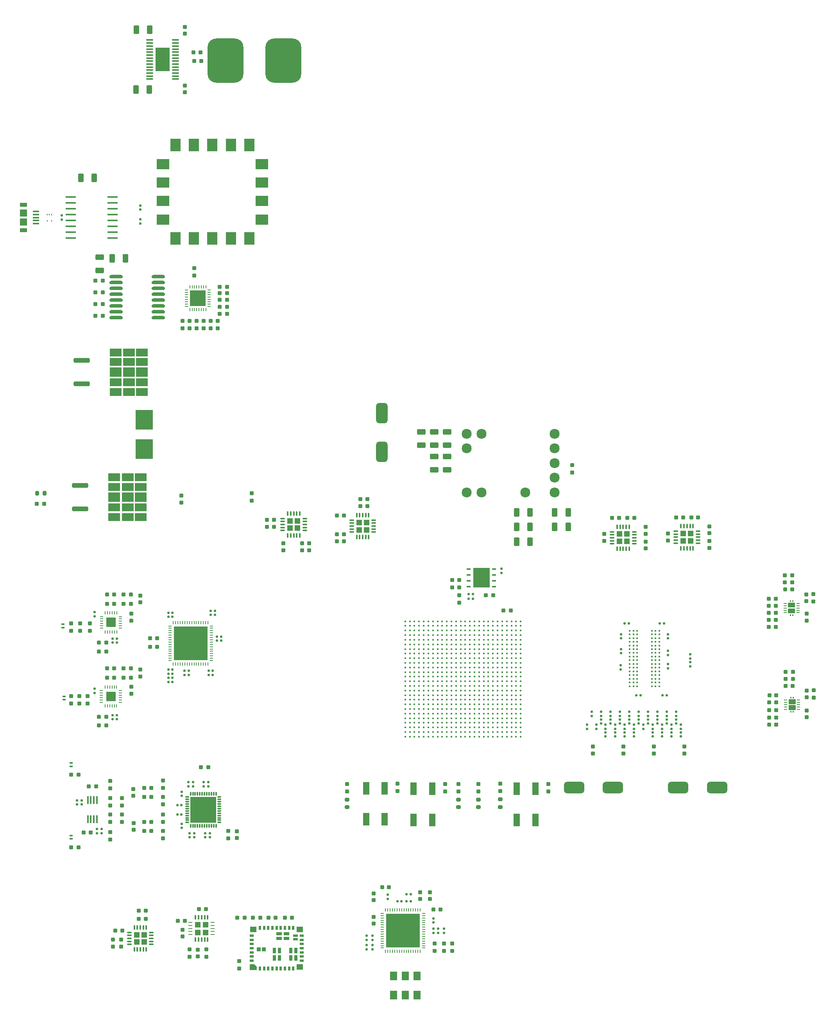
<source format=gtp>
G04*
G04 #@! TF.GenerationSoftware,Altium Limited,Altium Designer,23.4.1 (23)*
G04*
G04 Layer_Color=8421504*
%FSLAX44Y44*%
%MOMM*%
G71*
G04*
G04 #@! TF.SameCoordinates,CF21992F-A9CA-4C5A-8A3B-549160C445C6*
G04*
G04*
G04 #@! TF.FilePolarity,Positive*
G04*
G01*
G75*
%ADD24R,1.3000X1.3000*%
%ADD25R,1.3000X1.3000*%
%ADD26R,1.3000X1.3000*%
%ADD27R,1.3000X1.3000*%
%ADD28R,1.3000X1.3000*%
%ADD29R,1.0400X0.5000*%
%ADD30R,0.8500X0.8500*%
%ADD31R,1.2800X0.7300*%
%ADD32R,0.8000X1.2800*%
%ADD33R,1.4700X1.2400*%
%ADD34R,3.1000X5.1600*%
%ADD35R,2.6000X2.0000*%
%ADD36R,2.6000X1.8000*%
%ADD37R,2.6000X1.8000*%
%ADD38R,1.5500X0.8750*%
G04:AMPARAMS|DCode=39|XSize=1.8034mm|YSize=1.1938mm|CornerRadius=0.203mm|HoleSize=0mm|Usage=FLASHONLY|Rotation=270.000|XOffset=0mm|YOffset=0mm|HoleType=Round|Shape=RoundedRectangle|*
%AMROUNDEDRECTD39*
21,1,1.8034,0.7879,0,0,270.0*
21,1,1.3975,1.1938,0,0,270.0*
1,1,0.4059,-0.3940,-0.6988*
1,1,0.4059,-0.3940,0.6988*
1,1,0.4059,0.3940,0.6988*
1,1,0.4059,0.3940,-0.6988*
%
%ADD39ROUNDEDRECTD39*%
G04:AMPARAMS|DCode=40|XSize=0.508mm|YSize=0.508mm|CornerRadius=0.1524mm|HoleSize=0mm|Usage=FLASHONLY|Rotation=180.000|XOffset=0mm|YOffset=0mm|HoleType=Round|Shape=RoundedRectangle|*
%AMROUNDEDRECTD40*
21,1,0.5080,0.2032,0,0,180.0*
21,1,0.2032,0.5080,0,0,180.0*
1,1,0.3048,-0.1016,0.1016*
1,1,0.3048,0.1016,0.1016*
1,1,0.3048,0.1016,-0.1016*
1,1,0.3048,-0.1016,-0.1016*
%
%ADD40ROUNDEDRECTD40*%
G04:AMPARAMS|DCode=41|XSize=0.508mm|YSize=0.508mm|CornerRadius=0.1524mm|HoleSize=0mm|Usage=FLASHONLY|Rotation=270.000|XOffset=0mm|YOffset=0mm|HoleType=Round|Shape=RoundedRectangle|*
%AMROUNDEDRECTD41*
21,1,0.5080,0.2032,0,0,270.0*
21,1,0.2032,0.5080,0,0,270.0*
1,1,0.3048,-0.1016,-0.1016*
1,1,0.3048,-0.1016,0.1016*
1,1,0.3048,0.1016,0.1016*
1,1,0.3048,0.1016,-0.1016*
%
%ADD41ROUNDEDRECTD41*%
%ADD42R,1.3500X2.7000*%
G04:AMPARAMS|DCode=43|XSize=0.889mm|YSize=0.7874mm|CornerRadius=0.1535mm|HoleSize=0mm|Usage=FLASHONLY|Rotation=0.000|XOffset=0mm|YOffset=0mm|HoleType=Round|Shape=RoundedRectangle|*
%AMROUNDEDRECTD43*
21,1,0.8890,0.4803,0,0,0.0*
21,1,0.5819,0.7874,0,0,0.0*
1,1,0.3071,0.2910,-0.2402*
1,1,0.3071,-0.2910,-0.2402*
1,1,0.3071,-0.2910,0.2402*
1,1,0.3071,0.2910,0.2402*
%
%ADD43ROUNDEDRECTD43*%
%ADD44C,0.4500*%
G04:AMPARAMS|DCode=45|XSize=4.4mm|YSize=2.5mm|CornerRadius=0.625mm|HoleSize=0mm|Usage=FLASHONLY|Rotation=0.000|XOffset=0mm|YOffset=0mm|HoleType=Round|Shape=RoundedRectangle|*
%AMROUNDEDRECTD45*
21,1,4.4000,1.2500,0,0,0.0*
21,1,3.1500,2.5000,0,0,0.0*
1,1,1.2500,1.5750,-0.6250*
1,1,1.2500,-1.5750,-0.6250*
1,1,1.2500,-1.5750,0.6250*
1,1,1.2500,1.5750,0.6250*
%
%ADD45ROUNDEDRECTD45*%
G04:AMPARAMS|DCode=46|XSize=0.889mm|YSize=0.8636mm|CornerRadius=0.1511mm|HoleSize=0mm|Usage=FLASHONLY|Rotation=90.000|XOffset=0mm|YOffset=0mm|HoleType=Round|Shape=RoundedRectangle|*
%AMROUNDEDRECTD46*
21,1,0.8890,0.5613,0,0,90.0*
21,1,0.5867,0.8636,0,0,90.0*
1,1,0.3023,0.2807,0.2934*
1,1,0.3023,0.2807,-0.2934*
1,1,0.3023,-0.2807,-0.2934*
1,1,0.3023,-0.2807,0.2934*
%
%ADD46ROUNDEDRECTD46*%
%ADD47R,2.1990X0.4590*%
G04:AMPARAMS|DCode=48|XSize=0.3mm|YSize=0.95mm|CornerRadius=0.0625mm|HoleSize=0mm|Usage=FLASHONLY|Rotation=180.000|XOffset=0mm|YOffset=0mm|HoleType=Round|Shape=RoundedRectangle|*
%AMROUNDEDRECTD48*
21,1,0.3000,0.8250,0,0,180.0*
21,1,0.1750,0.9500,0,0,180.0*
1,1,0.1250,-0.0875,0.4125*
1,1,0.1250,0.0875,0.4125*
1,1,0.1250,0.0875,-0.4125*
1,1,0.1250,-0.0875,-0.4125*
%
%ADD48ROUNDEDRECTD48*%
G04:AMPARAMS|DCode=49|XSize=0.3mm|YSize=0.95mm|CornerRadius=0.0625mm|HoleSize=0mm|Usage=FLASHONLY|Rotation=90.000|XOffset=0mm|YOffset=0mm|HoleType=Round|Shape=RoundedRectangle|*
%AMROUNDEDRECTD49*
21,1,0.3000,0.8250,0,0,90.0*
21,1,0.1750,0.9500,0,0,90.0*
1,1,0.1250,0.4125,0.0875*
1,1,0.1250,0.4125,-0.0875*
1,1,0.1250,-0.4125,-0.0875*
1,1,0.1250,-0.4125,0.0875*
%
%ADD49ROUNDEDRECTD49*%
G04:AMPARAMS|DCode=50|XSize=0.889mm|YSize=0.8636mm|CornerRadius=0.1511mm|HoleSize=0mm|Usage=FLASHONLY|Rotation=180.000|XOffset=0mm|YOffset=0mm|HoleType=Round|Shape=RoundedRectangle|*
%AMROUNDEDRECTD50*
21,1,0.8890,0.5613,0,0,180.0*
21,1,0.5867,0.8636,0,0,180.0*
1,1,0.3023,-0.2934,0.2807*
1,1,0.3023,0.2934,0.2807*
1,1,0.3023,0.2934,-0.2807*
1,1,0.3023,-0.2934,-0.2807*
%
%ADD50ROUNDEDRECTD50*%
G04:AMPARAMS|DCode=51|XSize=0.24mm|YSize=0.6mm|CornerRadius=0.0492mm|HoleSize=0mm|Usage=FLASHONLY|Rotation=90.000|XOffset=0mm|YOffset=0mm|HoleType=Round|Shape=RoundedRectangle|*
%AMROUNDEDRECTD51*
21,1,0.2400,0.5016,0,0,90.0*
21,1,0.1416,0.6000,0,0,90.0*
1,1,0.0984,0.2508,0.0708*
1,1,0.0984,0.2508,-0.0708*
1,1,0.0984,-0.2508,-0.0708*
1,1,0.0984,-0.2508,0.0708*
%
%ADD51ROUNDEDRECTD51*%
G04:AMPARAMS|DCode=52|XSize=0.889mm|YSize=0.7874mm|CornerRadius=0.1535mm|HoleSize=0mm|Usage=FLASHONLY|Rotation=270.000|XOffset=0mm|YOffset=0mm|HoleType=Round|Shape=RoundedRectangle|*
%AMROUNDEDRECTD52*
21,1,0.8890,0.4803,0,0,270.0*
21,1,0.5819,0.7874,0,0,270.0*
1,1,0.3071,-0.2402,-0.2910*
1,1,0.3071,-0.2402,0.2910*
1,1,0.3071,0.2402,0.2910*
1,1,0.3071,0.2402,-0.2910*
%
%ADD52ROUNDEDRECTD52*%
%ADD53R,2.7500X2.2500*%
%ADD54R,2.2500X2.7500*%
%ADD55O,0.2000X0.8000*%
%ADD56O,0.8000X0.2000*%
%ADD57R,2.1000X2.1000*%
G04:AMPARAMS|DCode=58|XSize=7.8mm|YSize=9.6mm|CornerRadius=1.95mm|HoleSize=0mm|Usage=FLASHONLY|Rotation=180.000|XOffset=0mm|YOffset=0mm|HoleType=Round|Shape=RoundedRectangle|*
%AMROUNDEDRECTD58*
21,1,7.8000,5.7000,0,0,180.0*
21,1,3.9000,9.6000,0,0,180.0*
1,1,3.9000,-1.9500,2.8500*
1,1,3.9000,1.9500,2.8500*
1,1,3.9000,1.9500,-2.8500*
1,1,3.9000,-1.9500,-2.8500*
%
%ADD58ROUNDEDRECTD58*%
%ADD59R,0.5500X0.9000*%
%ADD60R,0.9000X0.5500*%
G04:AMPARAMS|DCode=61|XSize=0.35mm|YSize=0.65mm|CornerRadius=0.025mm|HoleSize=0mm|Usage=FLASHONLY|Rotation=90.000|XOffset=0mm|YOffset=0mm|HoleType=Round|Shape=RoundedRectangle|*
%AMROUNDEDRECTD61*
21,1,0.3500,0.6000,0,0,90.0*
21,1,0.3000,0.6500,0,0,90.0*
1,1,0.0500,0.3000,0.1500*
1,1,0.0500,0.3000,-0.1500*
1,1,0.0500,-0.3000,-0.1500*
1,1,0.0500,-0.3000,0.1500*
%
%ADD61ROUNDEDRECTD61*%
G04:AMPARAMS|DCode=62|XSize=0.889mm|YSize=0.8636mm|CornerRadius=0.2289mm|HoleSize=0mm|Usage=FLASHONLY|Rotation=0.000|XOffset=0mm|YOffset=0mm|HoleType=Round|Shape=RoundedRectangle|*
%AMROUNDEDRECTD62*
21,1,0.8890,0.4059,0,0,0.0*
21,1,0.4313,0.8636,0,0,0.0*
1,1,0.4577,0.2157,-0.2030*
1,1,0.4577,-0.2157,-0.2030*
1,1,0.4577,-0.2157,0.2030*
1,1,0.4577,0.2157,0.2030*
%
%ADD62ROUNDEDRECTD62*%
%ADD63R,5.6000X5.6000*%
%ADD64O,0.8500X0.2800*%
%ADD65O,0.2800X0.8500*%
G04:AMPARAMS|DCode=66|XSize=0.9mm|YSize=0.25mm|CornerRadius=0.05mm|HoleSize=0mm|Usage=FLASHONLY|Rotation=0.000|XOffset=0mm|YOffset=0mm|HoleType=Round|Shape=RoundedRectangle|*
%AMROUNDEDRECTD66*
21,1,0.9000,0.1500,0,0,0.0*
21,1,0.8000,0.2500,0,0,0.0*
1,1,0.1000,0.4000,-0.0750*
1,1,0.1000,-0.4000,-0.0750*
1,1,0.1000,-0.4000,0.0750*
1,1,0.1000,0.4000,0.0750*
%
%ADD66ROUNDEDRECTD66*%
%ADD67O,0.4000X1.8000*%
G04:AMPARAMS|DCode=68|XSize=3.4mm|YSize=3.4mm|CornerRadius=0mm|HoleSize=0mm|Usage=FLASHONLY|Rotation=0.000|XOffset=0mm|YOffset=0mm|HoleType=Round|Shape=RoundedRectangle|*
%AMROUNDEDRECTD68*
21,1,3.4000,3.4000,0,0,0.0*
21,1,3.4000,3.4000,0,0,0.0*
1,1,0.0000,1.7000,-1.7000*
1,1,0.0000,-1.7000,-1.7000*
1,1,0.0000,-1.7000,1.7000*
1,1,0.0000,1.7000,1.7000*
%
%ADD68ROUNDEDRECTD68*%
%ADD69R,0.2500X0.8000*%
%ADD70R,0.8000X0.2500*%
%ADD71R,0.9652X0.4318*%
%ADD72R,3.6068X4.1910*%
%ADD73O,2.9210X0.7620*%
G04:AMPARAMS|DCode=74|XSize=1.8034mm|YSize=1.1938mm|CornerRadius=0.203mm|HoleSize=0mm|Usage=FLASHONLY|Rotation=0.000|XOffset=0mm|YOffset=0mm|HoleType=Round|Shape=RoundedRectangle|*
%AMROUNDEDRECTD74*
21,1,1.8034,0.7879,0,0,0.0*
21,1,1.3975,1.1938,0,0,0.0*
1,1,0.4059,0.6988,-0.3940*
1,1,0.4059,-0.6988,-0.3940*
1,1,0.4059,-0.6988,0.3940*
1,1,0.4059,0.6988,0.3940*
%
%ADD74ROUNDEDRECTD74*%
%ADD75C,2.1590*%
G04:AMPARAMS|DCode=76|XSize=4.4mm|YSize=2.5mm|CornerRadius=0.625mm|HoleSize=0mm|Usage=FLASHONLY|Rotation=270.000|XOffset=0mm|YOffset=0mm|HoleType=Round|Shape=RoundedRectangle|*
%AMROUNDEDRECTD76*
21,1,4.4000,1.2500,0,0,270.0*
21,1,3.1500,2.5000,0,0,270.0*
1,1,1.2500,-0.6250,-1.5750*
1,1,1.2500,-0.6250,1.5750*
1,1,1.2500,0.6250,1.5750*
1,1,1.2500,0.6250,-1.5750*
%
%ADD76ROUNDEDRECTD76*%
%ADD77O,0.8000X0.2300*%
%ADD78O,0.2300X0.8000*%
%ADD79R,7.4000X7.4000*%
%ADD80R,1.5000X1.9000*%
G04:AMPARAMS|DCode=81|XSize=1mm|YSize=0.8mm|CornerRadius=0.2mm|HoleSize=0mm|Usage=FLASHONLY|Rotation=0.000|XOffset=0mm|YOffset=0mm|HoleType=Round|Shape=RoundedRectangle|*
%AMROUNDEDRECTD81*
21,1,1.0000,0.4000,0,0,0.0*
21,1,0.6000,0.8000,0,0,0.0*
1,1,0.4000,0.3000,-0.2000*
1,1,0.4000,-0.3000,-0.2000*
1,1,0.4000,-0.3000,0.2000*
1,1,0.4000,0.3000,0.2000*
%
%ADD81ROUNDEDRECTD81*%
%ADD82O,1.6000X0.3000*%
%ADD83R,3.8100X4.2418*%
G04:AMPARAMS|DCode=84|XSize=3.504mm|YSize=1.016mm|CornerRadius=0.254mm|HoleSize=0mm|Usage=FLASHONLY|Rotation=0.000|XOffset=0mm|YOffset=0mm|HoleType=Round|Shape=RoundedRectangle|*
%AMROUNDEDRECTD84*
21,1,3.5040,0.5080,0,0,0.0*
21,1,2.9960,1.0160,0,0,0.0*
1,1,0.5080,1.4980,-0.2540*
1,1,0.5080,-1.4980,-0.2540*
1,1,0.5080,-1.4980,0.2540*
1,1,0.5080,1.4980,0.2540*
%
%ADD84ROUNDEDRECTD84*%
G04:AMPARAMS|DCode=85|XSize=1mm|YSize=0.8mm|CornerRadius=0.2mm|HoleSize=0mm|Usage=FLASHONLY|Rotation=90.000|XOffset=0mm|YOffset=0mm|HoleType=Round|Shape=RoundedRectangle|*
%AMROUNDEDRECTD85*
21,1,1.0000,0.4000,0,0,90.0*
21,1,0.6000,0.8000,0,0,90.0*
1,1,0.4000,0.2000,0.3000*
1,1,0.4000,0.2000,-0.3000*
1,1,0.4000,-0.2000,-0.3000*
1,1,0.4000,-0.2000,0.3000*
%
%ADD85ROUNDEDRECTD85*%
G04:AMPARAMS|DCode=86|XSize=0.4mm|YSize=1.35mm|CornerRadius=0.1mm|HoleSize=0mm|Usage=FLASHONLY|Rotation=270.000|XOffset=0mm|YOffset=0mm|HoleType=Round|Shape=RoundedRectangle|*
%AMROUNDEDRECTD86*
21,1,0.4000,1.1500,0,0,270.0*
21,1,0.2000,1.3500,0,0,270.0*
1,1,0.2000,-0.5750,-0.1000*
1,1,0.2000,-0.5750,0.1000*
1,1,0.2000,0.5750,0.1000*
1,1,0.2000,0.5750,-0.1000*
%
%ADD86ROUNDEDRECTD86*%
%ADD87R,1.5500X1.5000*%
G04:AMPARAMS|DCode=88|XSize=0.25mm|YSize=0.4mm|CornerRadius=0.05mm|HoleSize=0mm|Usage=FLASHONLY|Rotation=0.000|XOffset=0mm|YOffset=0mm|HoleType=Round|Shape=RoundedRectangle|*
%AMROUNDEDRECTD88*
21,1,0.2500,0.3000,0,0,0.0*
21,1,0.1500,0.4000,0,0,0.0*
1,1,0.1000,0.0750,-0.1500*
1,1,0.1000,-0.0750,-0.1500*
1,1,0.1000,-0.0750,0.1500*
1,1,0.1000,0.0750,0.1500*
%
%ADD88ROUNDEDRECTD88*%
%ADD89R,7.4000X7.4000*%
G36*
X406750Y1587500D02*
X398050D01*
Y1596200D01*
X406750D01*
Y1587500D01*
D02*
G37*
G36*
X396050D02*
X387350D01*
Y1596200D01*
X396050D01*
Y1587500D01*
D02*
G37*
G36*
X385350D02*
X376650D01*
Y1596200D01*
X385350D01*
Y1587500D01*
D02*
G37*
G36*
X406750Y1576800D02*
X398050D01*
Y1585500D01*
X406750D01*
Y1576800D01*
D02*
G37*
G36*
X396050D02*
X387350D01*
Y1585500D01*
X396050D01*
Y1576800D01*
D02*
G37*
G36*
X385350D02*
X376650D01*
Y1585500D01*
X385350D01*
Y1576800D01*
D02*
G37*
G36*
X406750Y1566100D02*
X398050D01*
Y1574800D01*
X406750D01*
Y1566100D01*
D02*
G37*
G36*
X396050D02*
X387350D01*
Y1574800D01*
X396050D01*
Y1566100D01*
D02*
G37*
G36*
X385350D02*
X376650D01*
Y1574800D01*
X385350D01*
Y1566100D01*
D02*
G37*
G36*
X1022874Y983345D02*
X1006840D01*
Y995315D01*
X1022874D01*
Y983345D01*
D02*
G37*
G36*
X1004840D02*
X988806D01*
Y995315D01*
X1004840D01*
Y983345D01*
D02*
G37*
G36*
X1022874Y969375D02*
X1006840D01*
Y981345D01*
X1022874D01*
Y969375D01*
D02*
G37*
G36*
X1004840D02*
X988806D01*
Y981345D01*
X1004840D01*
Y969375D01*
D02*
G37*
G36*
X1022874Y955405D02*
X1006840D01*
Y967375D01*
X1022874D01*
Y955405D01*
D02*
G37*
G36*
X1004840D02*
X988806D01*
Y967375D01*
X1004840D01*
Y955405D01*
D02*
G37*
G36*
X1679420Y926980D02*
X1680920Y926980D01*
X1680920Y926980D01*
X1681019Y926980D01*
X1681203Y926904D01*
X1681344Y926764D01*
X1681420Y926580D01*
Y926480D01*
X1681421Y924081D01*
X1681421Y924081D01*
X1681421Y923981D01*
X1681345Y923797D01*
X1681204Y923656D01*
X1681019Y923580D01*
X1680920Y923580D01*
X1679420Y923580D01*
X1679420Y923580D01*
X1679320Y923580D01*
X1679137Y923657D01*
X1678996Y923798D01*
X1678920Y923981D01*
X1678920Y924081D01*
X1678920Y926480D01*
X1678920D01*
X1678920Y926580D01*
X1678996Y926763D01*
X1679137Y926904D01*
X1679321Y926980D01*
X1679420Y926980D01*
D02*
G37*
G36*
X1674420D02*
X1675920Y926980D01*
X1675920Y926980D01*
X1676019Y926980D01*
X1676203Y926904D01*
X1676344Y926764D01*
X1676420Y926580D01*
Y926480D01*
X1676421Y924081D01*
X1676421Y924081D01*
X1676421Y923981D01*
X1676345Y923797D01*
X1676204Y923656D01*
X1676019Y923580D01*
X1675920Y923580D01*
X1674420Y923580D01*
X1674420Y923580D01*
X1674320Y923580D01*
X1674137Y923657D01*
X1673996Y923798D01*
X1673920Y923981D01*
X1673920Y924081D01*
X1673920Y926480D01*
X1673920D01*
X1673920Y926580D01*
X1673996Y926763D01*
X1674137Y926904D01*
X1674321Y926980D01*
X1674420Y926980D01*
D02*
G37*
G36*
X1684169Y921581D02*
X1684368Y921581D01*
X1684735Y921429D01*
X1685017Y921148D01*
X1685169Y920780D01*
X1685169Y920581D01*
X1685169Y911979D01*
X1685169Y911979D01*
X1685169Y911781D01*
X1685017Y911413D01*
X1684736Y911133D01*
X1684369Y910980D01*
X1684170Y910980D01*
X1671170Y910980D01*
X1671170Y910980D01*
X1670971Y910980D01*
X1670603Y911132D01*
X1670322Y911413D01*
X1670170Y911781D01*
X1670170Y911980D01*
X1670169Y920579D01*
Y920579D01*
X1670169Y920778D01*
X1670321Y921146D01*
X1670603Y921428D01*
X1670971Y921580D01*
X1671170Y921580D01*
X1684169Y921581D01*
X1684169Y921581D01*
D02*
G37*
G36*
X1684170Y908980D02*
X1684369Y908980D01*
X1684737Y908828D01*
X1685018Y908547D01*
X1685170Y908179D01*
X1685170Y907980D01*
X1685171Y899381D01*
X1685171Y899381D01*
X1685171Y899182D01*
X1685019Y898813D01*
X1684737Y898532D01*
X1684369Y898380D01*
X1684170Y898380D01*
X1671171Y898379D01*
X1671171Y898380D01*
X1670972Y898379D01*
X1670605Y898531D01*
X1670323Y898812D01*
X1670171Y899180D01*
X1670171Y899379D01*
X1670171Y907981D01*
X1670171D01*
X1670171Y908179D01*
X1670323Y908546D01*
X1670604Y908827D01*
X1670971Y908980D01*
X1671170Y908980D01*
X1684170Y908980D01*
X1684170Y908980D01*
D02*
G37*
G36*
X1679420Y896380D02*
X1680920Y896380D01*
X1680920Y896380D01*
X1681020Y896380D01*
X1681203Y896303D01*
X1681344Y896162D01*
X1681420Y895979D01*
X1681420Y895879D01*
X1681420Y893480D01*
X1681420Y893480D01*
X1681420Y893380D01*
X1681344Y893196D01*
X1681203Y893056D01*
X1681019Y892980D01*
X1680920Y892980D01*
X1679420Y892980D01*
X1679420Y892980D01*
X1679321Y892980D01*
X1679137Y893056D01*
X1678996Y893196D01*
X1678920Y893380D01*
Y893480D01*
X1678919Y895879D01*
Y895879D01*
X1678919Y895979D01*
X1678995Y896163D01*
X1679136Y896304D01*
X1679321Y896380D01*
X1679420Y896380D01*
D02*
G37*
G36*
X1674420D02*
X1675920Y896380D01*
X1675920Y896380D01*
X1676020Y896380D01*
X1676203Y896303D01*
X1676344Y896162D01*
X1676420Y895979D01*
X1676420Y895879D01*
X1676420Y893480D01*
X1676420Y893480D01*
X1676420Y893380D01*
X1676344Y893196D01*
X1676203Y893056D01*
X1676019Y892980D01*
X1675920Y892980D01*
X1674420Y892980D01*
X1674420Y892980D01*
X1674321Y892980D01*
X1674137Y893056D01*
X1673996Y893196D01*
X1673920Y893380D01*
Y893480D01*
X1673919Y895879D01*
Y895879D01*
X1673919Y895979D01*
X1673995Y896163D01*
X1674136Y896304D01*
X1674321Y896380D01*
X1674420Y896380D01*
D02*
G37*
G36*
X1680728Y717677D02*
X1682228Y717677D01*
X1682228Y717677D01*
X1682328Y717677D01*
X1682512Y717601D01*
X1682652Y717461D01*
X1682729Y717277D01*
Y717178D01*
X1682729Y714778D01*
X1682729Y714778D01*
X1682729Y714678D01*
X1682653Y714494D01*
X1682512Y714353D01*
X1682328Y714277D01*
X1682228Y714277D01*
X1680728Y714277D01*
X1680728Y714277D01*
X1680628Y714277D01*
X1680445Y714354D01*
X1680304Y714494D01*
X1680228Y714678D01*
X1680228Y714778D01*
X1680228Y717177D01*
X1680228D01*
X1680228Y717277D01*
X1680304Y717460D01*
X1680445Y717601D01*
X1680629Y717677D01*
X1680728Y717677D01*
D02*
G37*
G36*
X1675728D02*
X1677228Y717677D01*
X1677228Y717677D01*
X1677328Y717677D01*
X1677511Y717601D01*
X1677652Y717461D01*
X1677729Y717277D01*
Y717178D01*
X1677729Y714778D01*
X1677729Y714778D01*
X1677729Y714678D01*
X1677653Y714494D01*
X1677512Y714353D01*
X1677328Y714277D01*
X1677228Y714277D01*
X1675728Y714277D01*
X1675728Y714277D01*
X1675628Y714277D01*
X1675445Y714354D01*
X1675304Y714494D01*
X1675228Y714678D01*
X1675228Y714778D01*
X1675228Y717177D01*
X1675228D01*
X1675228Y717277D01*
X1675304Y717460D01*
X1675445Y717601D01*
X1675629Y717677D01*
X1675728Y717677D01*
D02*
G37*
G36*
X1685477Y712278D02*
X1685676Y712278D01*
X1686044Y712126D01*
X1686325Y711845D01*
X1686477Y711477D01*
X1686477Y711278D01*
X1686478Y702676D01*
X1686477Y702676D01*
X1686477Y702478D01*
X1686325Y702111D01*
X1686044Y701830D01*
X1685677Y701677D01*
X1685479Y701677D01*
X1672478Y701677D01*
X1672478Y701677D01*
X1672279Y701677D01*
X1671911Y701829D01*
X1671630Y702110D01*
X1671478Y702478D01*
X1671478Y702677D01*
X1671478Y711276D01*
Y711276D01*
X1671477Y711475D01*
X1671629Y711843D01*
X1671911Y712125D01*
X1672279Y712277D01*
X1672478Y712277D01*
X1685477Y712278D01*
X1685477Y712278D01*
D02*
G37*
G36*
X1685479Y699677D02*
X1685677Y699677D01*
X1686045Y699525D01*
X1686326Y699244D01*
X1686478Y698876D01*
X1686478Y698677D01*
X1686479Y690078D01*
X1686479Y690078D01*
X1686479Y689879D01*
X1686327Y689511D01*
X1686045Y689229D01*
X1685677Y689077D01*
X1685478Y689077D01*
X1672479Y689076D01*
X1672479Y689077D01*
X1672280Y689076D01*
X1671913Y689228D01*
X1671632Y689509D01*
X1671479Y689877D01*
X1671479Y690076D01*
X1671479Y698678D01*
X1671479D01*
X1671479Y698876D01*
X1671631Y699243D01*
X1671912Y699524D01*
X1672279Y699677D01*
X1672478Y699677D01*
X1685479Y699677D01*
X1685479Y699677D01*
D02*
G37*
G36*
X1680729Y687077D02*
X1682229Y687077D01*
X1682229Y687077D01*
X1682328Y687077D01*
X1682512Y687000D01*
X1682652Y686860D01*
X1682728Y686676D01*
X1682728Y686576D01*
X1682728Y684177D01*
X1682728Y684177D01*
X1682728Y684077D01*
X1682652Y683894D01*
X1682511Y683753D01*
X1682328Y683677D01*
X1682228Y683677D01*
X1680728Y683677D01*
X1680728Y683677D01*
X1680629Y683677D01*
X1680445Y683753D01*
X1680304Y683893D01*
X1680228Y684077D01*
Y684176D01*
X1680227Y686576D01*
Y686576D01*
X1680227Y686676D01*
X1680303Y686860D01*
X1680444Y687001D01*
X1680629Y687077D01*
X1680729Y687077D01*
D02*
G37*
G36*
X1675729D02*
X1677229Y687077D01*
X1677229Y687077D01*
X1677328Y687077D01*
X1677512Y687000D01*
X1677652Y686860D01*
X1677728Y686676D01*
X1677728Y686576D01*
X1677728Y684177D01*
X1677728Y684177D01*
X1677728Y684077D01*
X1677652Y683894D01*
X1677511Y683753D01*
X1677327Y683677D01*
X1677228Y683677D01*
X1675728Y683677D01*
X1675728Y683677D01*
X1675629Y683677D01*
X1675445Y683753D01*
X1675304Y683893D01*
X1675228Y684077D01*
Y684176D01*
X1675227Y686576D01*
Y686576D01*
X1675227Y686676D01*
X1675303Y686860D01*
X1675444Y687001D01*
X1675629Y687077D01*
X1675729Y687077D01*
D02*
G37*
G36*
X519066Y132989D02*
Y125789D01*
X504366D01*
Y138189D01*
X513166D01*
X519066Y132989D01*
D02*
G37*
D24*
X259070Y202180D02*
D03*
X756792Y1095374D02*
D03*
D25*
X275070Y202180D02*
D03*
X740792Y1095374D02*
D03*
D26*
X275070Y186180D02*
D03*
X740792Y1079374D02*
D03*
D27*
X259070Y186180D02*
D03*
X756792Y1079374D02*
D03*
D28*
X591351Y1082871D02*
D03*
Y1098871D02*
D03*
X607351D02*
D03*
Y1082871D02*
D03*
X1320880Y1070098D02*
D03*
Y1054098D02*
D03*
X1304880D02*
D03*
Y1070098D02*
D03*
X1459310Y1071368D02*
D03*
Y1055368D02*
D03*
X1443310D02*
D03*
Y1071368D02*
D03*
X408250Y224240D02*
D03*
Y207240D02*
D03*
X391250D02*
D03*
Y224240D02*
D03*
D29*
X602766Y200289D02*
D03*
Y192289D02*
D03*
D30*
X523416Y170789D02*
D03*
X534916D02*
D03*
D31*
X583265Y204639D02*
D03*
Y194339D02*
D03*
X567466Y204639D02*
D03*
Y194339D02*
D03*
D32*
X592566Y167889D02*
D03*
X603565D02*
D03*
X592566Y152089D02*
D03*
X603565D02*
D03*
X568765D02*
D03*
X557766D02*
D03*
X568765Y167889D02*
D03*
X557766D02*
D03*
D33*
X511666Y213988D02*
D03*
X612665D02*
D03*
Y131989D02*
D03*
D34*
X314960Y2098040D02*
D03*
D35*
X239503Y1150136D02*
D03*
X267628Y1150140D02*
D03*
X210503Y1150136D02*
D03*
X242573Y1420661D02*
D03*
X270712Y1420651D02*
D03*
X213573Y1420661D02*
D03*
D36*
X239503Y1172141D02*
D03*
X239502Y1193140D02*
D03*
X267632Y1193140D02*
D03*
X267633Y1172141D02*
D03*
X210502Y1193140D02*
D03*
X210503Y1172141D02*
D03*
Y1128141D02*
D03*
X267633Y1128141D02*
D03*
X239503Y1128141D02*
D03*
X242576Y1442639D02*
D03*
X242584Y1463653D02*
D03*
X270699Y1463662D02*
D03*
X270691Y1442648D02*
D03*
X213584Y1463653D02*
D03*
X213576Y1442639D02*
D03*
Y1398639D02*
D03*
X270691Y1398648D02*
D03*
X242576Y1398639D02*
D03*
D37*
X210503Y1107141D02*
D03*
X267632D02*
D03*
X239503D02*
D03*
X213573Y1377651D02*
D03*
X270702D02*
D03*
X242573D02*
D03*
D38*
X13911Y1728406D02*
D03*
Y1783156D02*
D03*
D39*
X166878Y1841500D02*
D03*
X137922D02*
D03*
X206060Y1667539D02*
D03*
X235016D02*
D03*
X1193771Y1085336D02*
D03*
X1164815D02*
D03*
X1193771Y1117086D02*
D03*
X1164815D02*
D03*
X1082265Y1053586D02*
D03*
X1111221D02*
D03*
X1082265Y1085336D02*
D03*
X1111221D02*
D03*
X1082265Y1117086D02*
D03*
X1111221D02*
D03*
X287528Y2162810D02*
D03*
X258572D02*
D03*
X286258Y2033270D02*
D03*
X257302D02*
D03*
D40*
X911860Y206375D02*
D03*
Y215265D02*
D03*
X901700Y237486D02*
D03*
Y228596D02*
D03*
Y206375D02*
D03*
Y215265D02*
D03*
X756920Y191135D02*
D03*
Y200025D02*
D03*
X769620Y170815D02*
D03*
Y179705D02*
D03*
X1307490Y785670D02*
D03*
Y776780D02*
D03*
X1308100Y812043D02*
D03*
Y820933D02*
D03*
Y852933D02*
D03*
Y844043D02*
D03*
X1409700Y853023D02*
D03*
Y844133D02*
D03*
Y817209D02*
D03*
Y808319D02*
D03*
Y779307D02*
D03*
Y788197D02*
D03*
X1457960Y800735D02*
D03*
Y809625D02*
D03*
Y783688D02*
D03*
Y792578D02*
D03*
X1437640Y631825D02*
D03*
Y640715D02*
D03*
Y648335D02*
D03*
Y657225D02*
D03*
X1427480Y668655D02*
D03*
Y659765D02*
D03*
Y676275D02*
D03*
Y685165D02*
D03*
X1417320Y631825D02*
D03*
Y640715D02*
D03*
Y648335D02*
D03*
Y657225D02*
D03*
X1407160Y659765D02*
D03*
Y668655D02*
D03*
Y676275D02*
D03*
Y685165D02*
D03*
X1376680Y631825D02*
D03*
Y640715D02*
D03*
X1397000Y631825D02*
D03*
Y640715D02*
D03*
Y648335D02*
D03*
Y657225D02*
D03*
X1386840Y659765D02*
D03*
Y668655D02*
D03*
Y676275D02*
D03*
Y685165D02*
D03*
X1376680Y648335D02*
D03*
Y657225D02*
D03*
X1366520Y659765D02*
D03*
Y668655D02*
D03*
Y676275D02*
D03*
Y685165D02*
D03*
X1356360Y648335D02*
D03*
Y657225D02*
D03*
X1346200Y668655D02*
D03*
Y659765D02*
D03*
Y676275D02*
D03*
Y685165D02*
D03*
X1336040Y631825D02*
D03*
Y640715D02*
D03*
Y648335D02*
D03*
Y657225D02*
D03*
X1325880Y659765D02*
D03*
Y668655D02*
D03*
Y676275D02*
D03*
Y685165D02*
D03*
X1315720Y631825D02*
D03*
Y640715D02*
D03*
Y648335D02*
D03*
Y657225D02*
D03*
X1305560Y659765D02*
D03*
Y668655D02*
D03*
Y676275D02*
D03*
Y685165D02*
D03*
X1295400Y640715D02*
D03*
Y631825D02*
D03*
Y648335D02*
D03*
Y657225D02*
D03*
X1285240Y659765D02*
D03*
Y668655D02*
D03*
Y676275D02*
D03*
Y685165D02*
D03*
X1274849Y631825D02*
D03*
Y640715D02*
D03*
Y648335D02*
D03*
Y657225D02*
D03*
X1265174Y668655D02*
D03*
Y659765D02*
D03*
Y676275D02*
D03*
Y685165D02*
D03*
X1254760Y648335D02*
D03*
Y657225D02*
D03*
X1244600Y676275D02*
D03*
Y685165D02*
D03*
X1234440Y648335D02*
D03*
Y657225D02*
D03*
X216165Y843864D02*
D03*
Y834974D02*
D03*
X206524Y843820D02*
D03*
Y834930D02*
D03*
X167640Y892175D02*
D03*
Y901065D02*
D03*
X167894Y726313D02*
D03*
Y735203D02*
D03*
X216154Y677799D02*
D03*
Y668909D02*
D03*
X206502Y677799D02*
D03*
Y668909D02*
D03*
X356616Y433451D02*
D03*
Y442341D02*
D03*
X417830Y413385D02*
D03*
Y422275D02*
D03*
X373380Y413385D02*
D03*
Y422275D02*
D03*
X383540Y413385D02*
D03*
Y422275D02*
D03*
X414020Y532765D02*
D03*
Y523875D02*
D03*
X403860Y532765D02*
D03*
Y523875D02*
D03*
X370840Y532765D02*
D03*
Y523875D02*
D03*
X356616Y511937D02*
D03*
Y503047D02*
D03*
X407670Y413385D02*
D03*
Y422275D02*
D03*
X381385Y532765D02*
D03*
Y523875D02*
D03*
X139917Y493190D02*
D03*
Y484300D02*
D03*
X129540Y493315D02*
D03*
Y484425D02*
D03*
X182880Y430958D02*
D03*
Y422068D02*
D03*
X172720Y430958D02*
D03*
Y422068D02*
D03*
X419419Y903819D02*
D03*
Y894929D02*
D03*
X442034Y848193D02*
D03*
Y839303D02*
D03*
X433144Y848193D02*
D03*
Y839303D02*
D03*
X756920Y170815D02*
D03*
Y179705D02*
D03*
X803160Y280035D02*
D03*
Y288925D02*
D03*
X769620Y200025D02*
D03*
Y191135D02*
D03*
X924560Y215265D02*
D03*
Y206375D02*
D03*
X1049020Y986155D02*
D03*
Y995045D02*
D03*
X266700Y1772920D02*
D03*
Y1781810D02*
D03*
X96768Y1751336D02*
D03*
Y1760226D02*
D03*
X266700Y1743075D02*
D03*
Y1751965D02*
D03*
X428309Y894929D02*
D03*
Y903819D02*
D03*
D41*
X852805Y289560D02*
D03*
X843915D02*
D03*
X852605Y274955D02*
D03*
X843715D02*
D03*
X823722D02*
D03*
X832612D02*
D03*
X1316355Y876300D02*
D03*
X1325245D02*
D03*
X1401445D02*
D03*
X1392555D02*
D03*
X1350508Y720570D02*
D03*
X1341617D02*
D03*
X1398527D02*
D03*
X1407417D02*
D03*
X336423Y758698D02*
D03*
X327533D02*
D03*
X347345Y482600D02*
D03*
X356235D02*
D03*
X347345Y462280D02*
D03*
X356235D02*
D03*
X371812Y764703D02*
D03*
X362922D02*
D03*
X371573Y774417D02*
D03*
X362683D02*
D03*
X423885Y764858D02*
D03*
X414995D02*
D03*
X423854Y774417D02*
D03*
X414964D02*
D03*
X327666Y891257D02*
D03*
X336556D02*
D03*
X327533Y767588D02*
D03*
X336423D02*
D03*
X327533Y749808D02*
D03*
X336423D02*
D03*
X327533Y776986D02*
D03*
X336423D02*
D03*
X978535Y939800D02*
D03*
X987425D02*
D03*
X978535Y929640D02*
D03*
X987425D02*
D03*
X336556Y899639D02*
D03*
X327666D02*
D03*
D42*
X755974Y452044D02*
D03*
X795974Y519544D02*
D03*
Y452044D02*
D03*
X755974Y519544D02*
D03*
X859088Y518411D02*
D03*
X899088Y450911D02*
D03*
Y518411D02*
D03*
X859088Y450911D02*
D03*
X1082608Y518411D02*
D03*
X1122608Y450911D02*
D03*
Y518411D02*
D03*
X1082608Y450911D02*
D03*
D43*
X824234Y513353D02*
D03*
Y529355D02*
D03*
X1725968Y731792D02*
D03*
Y715790D02*
D03*
X480886Y129428D02*
D03*
Y145430D02*
D03*
X201512Y408559D02*
D03*
Y424561D02*
D03*
Y462661D02*
D03*
Y446659D02*
D03*
Y519684D02*
D03*
Y535686D02*
D03*
Y498221D02*
D03*
Y482219D02*
D03*
X226912Y498221D02*
D03*
Y482219D02*
D03*
Y462661D02*
D03*
Y446659D02*
D03*
X315812Y427101D02*
D03*
Y411099D02*
D03*
Y446659D02*
D03*
Y462661D02*
D03*
Y500761D02*
D03*
Y484759D02*
D03*
Y520319D02*
D03*
Y536321D02*
D03*
X409750Y154528D02*
D03*
Y170530D02*
D03*
X373380D02*
D03*
Y154528D02*
D03*
X1724660Y924179D02*
D03*
Y940181D02*
D03*
X1202944Y1203325D02*
D03*
Y1219327D02*
D03*
X508000Y1142619D02*
D03*
Y1158621D02*
D03*
X942340Y183261D02*
D03*
Y167259D02*
D03*
X924560D02*
D03*
Y183261D02*
D03*
X904240Y167259D02*
D03*
Y183261D02*
D03*
X927100Y512699D02*
D03*
Y528701D02*
D03*
X1150620Y512699D02*
D03*
Y528701D02*
D03*
X714762Y512699D02*
D03*
Y528701D02*
D03*
X1046480Y513080D02*
D03*
Y529082D02*
D03*
X999242Y512699D02*
D03*
Y528701D02*
D03*
X956062Y512699D02*
D03*
Y528701D02*
D03*
X957580Y921639D02*
D03*
Y937641D02*
D03*
Y970661D02*
D03*
Y954659D02*
D03*
X942340D02*
D03*
Y970661D02*
D03*
X373380Y1532001D02*
D03*
Y1515999D02*
D03*
X434340Y1532001D02*
D03*
Y1515999D02*
D03*
X419100Y1532001D02*
D03*
Y1515999D02*
D03*
X404200Y1532001D02*
D03*
Y1515999D02*
D03*
X388620Y1532001D02*
D03*
Y1515999D02*
D03*
X384200Y1646301D02*
D03*
Y1630299D02*
D03*
X358140Y1515999D02*
D03*
Y1532001D02*
D03*
X457200Y411099D02*
D03*
Y427101D02*
D03*
X152648Y719174D02*
D03*
Y703172D02*
D03*
X134868D02*
D03*
Y719174D02*
D03*
X117088Y703172D02*
D03*
Y719174D02*
D03*
X157480Y876681D02*
D03*
Y860679D02*
D03*
X136878D02*
D03*
Y876681D02*
D03*
X116840Y860679D02*
D03*
Y876681D02*
D03*
D44*
X1391202Y740719D02*
D03*
X1383202D02*
D03*
X1375202D02*
D03*
X1343202D02*
D03*
X1335202D02*
D03*
X1327202D02*
D03*
X1391202Y748719D02*
D03*
X1383202D02*
D03*
X1375202D02*
D03*
X1343202D02*
D03*
X1335202D02*
D03*
X1327202D02*
D03*
X1391202Y756719D02*
D03*
X1383202D02*
D03*
X1375202D02*
D03*
X1343202D02*
D03*
X1335202D02*
D03*
X1327202D02*
D03*
X1391202Y764719D02*
D03*
X1383202D02*
D03*
X1375202D02*
D03*
X1343202D02*
D03*
X1335202D02*
D03*
X1327202D02*
D03*
X1391202Y772719D02*
D03*
X1383202D02*
D03*
X1375202D02*
D03*
X1343202D02*
D03*
X1335202D02*
D03*
X1327202D02*
D03*
X1391202Y780719D02*
D03*
X1383202D02*
D03*
X1375202D02*
D03*
X1343202D02*
D03*
X1335202D02*
D03*
X1327202D02*
D03*
X1391202Y788719D02*
D03*
X1383202D02*
D03*
X1375202D02*
D03*
X1343202D02*
D03*
X1335202D02*
D03*
X1327202D02*
D03*
X1391202Y796719D02*
D03*
X1383202D02*
D03*
X1375202D02*
D03*
X1343202D02*
D03*
X1335202D02*
D03*
X1327202D02*
D03*
X1391202Y804719D02*
D03*
X1383202D02*
D03*
X1375202D02*
D03*
X1343202D02*
D03*
X1335202D02*
D03*
X1327202D02*
D03*
X1391202Y812719D02*
D03*
X1383202D02*
D03*
X1375202D02*
D03*
X1343202D02*
D03*
X1335202D02*
D03*
X1327202D02*
D03*
X1391202Y820719D02*
D03*
X1383202D02*
D03*
X1375202D02*
D03*
X1343202D02*
D03*
X1335202D02*
D03*
X1327202D02*
D03*
X1391202Y828719D02*
D03*
X1383202D02*
D03*
X1375202D02*
D03*
X1343202D02*
D03*
X1335202D02*
D03*
X1327202D02*
D03*
X1391202Y836719D02*
D03*
X1383202D02*
D03*
X1375202D02*
D03*
X1343202D02*
D03*
X1335202D02*
D03*
X1327202D02*
D03*
X1391202Y844719D02*
D03*
X1383202D02*
D03*
X1375202D02*
D03*
X1343202D02*
D03*
X1335202D02*
D03*
X1327202D02*
D03*
X1391202Y852719D02*
D03*
X1383202D02*
D03*
X1375202D02*
D03*
X1343202D02*
D03*
X1335202D02*
D03*
X1327202D02*
D03*
X1391202Y860719D02*
D03*
X1383202D02*
D03*
X1375202D02*
D03*
X1343202D02*
D03*
X1335202D02*
D03*
X1327202D02*
D03*
X870876Y831157D02*
D03*
X860876D02*
D03*
X850876D02*
D03*
X840876D02*
D03*
X850876Y851157D02*
D03*
X840876D02*
D03*
X860876Y861157D02*
D03*
X840876D02*
D03*
X860876Y871157D02*
D03*
X850876Y881157D02*
D03*
X840876Y801158D02*
D03*
X880876Y811157D02*
D03*
X860876D02*
D03*
X850876D02*
D03*
X860876Y821157D02*
D03*
X840876D02*
D03*
Y881157D02*
D03*
Y871157D02*
D03*
Y841157D02*
D03*
Y811157D02*
D03*
Y791157D02*
D03*
Y781157D02*
D03*
Y771157D02*
D03*
Y761157D02*
D03*
Y751158D02*
D03*
Y741157D02*
D03*
Y731157D02*
D03*
Y721157D02*
D03*
Y711157D02*
D03*
Y701157D02*
D03*
Y691157D02*
D03*
Y681157D02*
D03*
Y671157D02*
D03*
Y661158D02*
D03*
Y651157D02*
D03*
Y641157D02*
D03*
Y631157D02*
D03*
X850876Y871157D02*
D03*
Y861157D02*
D03*
Y841157D02*
D03*
Y821157D02*
D03*
Y801158D02*
D03*
Y791157D02*
D03*
Y781157D02*
D03*
Y771157D02*
D03*
Y761157D02*
D03*
Y751158D02*
D03*
Y741157D02*
D03*
Y731157D02*
D03*
Y721157D02*
D03*
Y711157D02*
D03*
Y701157D02*
D03*
Y691157D02*
D03*
Y681157D02*
D03*
Y671157D02*
D03*
Y661158D02*
D03*
Y651157D02*
D03*
Y641157D02*
D03*
Y631157D02*
D03*
X860876Y881157D02*
D03*
Y851157D02*
D03*
Y841157D02*
D03*
Y801158D02*
D03*
Y791157D02*
D03*
Y781157D02*
D03*
Y771157D02*
D03*
Y761157D02*
D03*
Y751158D02*
D03*
Y741157D02*
D03*
Y731157D02*
D03*
Y721157D02*
D03*
Y711157D02*
D03*
Y701157D02*
D03*
Y691157D02*
D03*
Y681157D02*
D03*
Y671157D02*
D03*
Y661158D02*
D03*
Y651157D02*
D03*
Y641157D02*
D03*
Y631157D02*
D03*
X870876Y881157D02*
D03*
Y871157D02*
D03*
Y861157D02*
D03*
Y851157D02*
D03*
Y841157D02*
D03*
Y821157D02*
D03*
Y811157D02*
D03*
Y801158D02*
D03*
Y791157D02*
D03*
Y781157D02*
D03*
Y771157D02*
D03*
Y761157D02*
D03*
Y751158D02*
D03*
Y741157D02*
D03*
Y731157D02*
D03*
Y721157D02*
D03*
Y711157D02*
D03*
Y701157D02*
D03*
Y691157D02*
D03*
Y681157D02*
D03*
Y671157D02*
D03*
Y661158D02*
D03*
Y651157D02*
D03*
Y641157D02*
D03*
Y631157D02*
D03*
X880876Y881157D02*
D03*
Y871157D02*
D03*
Y861157D02*
D03*
Y851157D02*
D03*
Y841157D02*
D03*
Y831157D02*
D03*
Y821157D02*
D03*
Y801158D02*
D03*
Y791157D02*
D03*
Y781157D02*
D03*
Y771157D02*
D03*
Y761157D02*
D03*
Y751158D02*
D03*
Y741157D02*
D03*
Y731157D02*
D03*
Y721157D02*
D03*
Y711157D02*
D03*
Y701157D02*
D03*
Y691157D02*
D03*
Y681157D02*
D03*
Y671157D02*
D03*
Y661158D02*
D03*
Y651157D02*
D03*
Y641157D02*
D03*
Y631157D02*
D03*
X890876Y881157D02*
D03*
Y871157D02*
D03*
Y861157D02*
D03*
Y851157D02*
D03*
Y841157D02*
D03*
Y831157D02*
D03*
Y821157D02*
D03*
Y811157D02*
D03*
Y801158D02*
D03*
Y791157D02*
D03*
Y781157D02*
D03*
Y771157D02*
D03*
Y761157D02*
D03*
Y751158D02*
D03*
Y741157D02*
D03*
Y731157D02*
D03*
Y721157D02*
D03*
Y711157D02*
D03*
Y701157D02*
D03*
Y691157D02*
D03*
Y681157D02*
D03*
Y671157D02*
D03*
Y661158D02*
D03*
Y651157D02*
D03*
Y641157D02*
D03*
Y631157D02*
D03*
X900876Y881157D02*
D03*
Y871157D02*
D03*
Y861157D02*
D03*
Y851157D02*
D03*
Y841157D02*
D03*
Y831157D02*
D03*
Y821157D02*
D03*
Y811157D02*
D03*
Y801158D02*
D03*
Y791157D02*
D03*
Y781157D02*
D03*
Y771157D02*
D03*
Y761157D02*
D03*
Y751158D02*
D03*
Y741157D02*
D03*
Y731157D02*
D03*
Y721157D02*
D03*
Y711157D02*
D03*
Y701157D02*
D03*
Y691157D02*
D03*
Y681157D02*
D03*
Y671157D02*
D03*
Y661158D02*
D03*
Y651157D02*
D03*
Y641157D02*
D03*
Y631157D02*
D03*
X910876Y881157D02*
D03*
Y871157D02*
D03*
Y861157D02*
D03*
Y851157D02*
D03*
Y841157D02*
D03*
Y831157D02*
D03*
Y821157D02*
D03*
Y811157D02*
D03*
Y801158D02*
D03*
Y791157D02*
D03*
Y781157D02*
D03*
Y771157D02*
D03*
Y761157D02*
D03*
Y751158D02*
D03*
Y741157D02*
D03*
Y731157D02*
D03*
Y721157D02*
D03*
Y711157D02*
D03*
Y701157D02*
D03*
Y691157D02*
D03*
Y681157D02*
D03*
Y671157D02*
D03*
Y661158D02*
D03*
Y651157D02*
D03*
Y641157D02*
D03*
Y631157D02*
D03*
X920876Y881157D02*
D03*
Y871157D02*
D03*
Y861157D02*
D03*
Y851157D02*
D03*
Y841157D02*
D03*
Y831157D02*
D03*
Y821157D02*
D03*
Y811157D02*
D03*
Y801158D02*
D03*
Y791157D02*
D03*
Y781157D02*
D03*
Y771157D02*
D03*
Y761157D02*
D03*
Y751158D02*
D03*
Y741157D02*
D03*
Y731157D02*
D03*
Y721157D02*
D03*
Y711157D02*
D03*
Y701157D02*
D03*
Y691157D02*
D03*
Y681157D02*
D03*
Y671157D02*
D03*
Y661158D02*
D03*
Y651157D02*
D03*
Y641157D02*
D03*
Y631157D02*
D03*
X930876Y881157D02*
D03*
Y871157D02*
D03*
Y861157D02*
D03*
Y851157D02*
D03*
Y841157D02*
D03*
Y831157D02*
D03*
Y821157D02*
D03*
Y811157D02*
D03*
Y801158D02*
D03*
Y791157D02*
D03*
Y781157D02*
D03*
Y771157D02*
D03*
Y761157D02*
D03*
Y751158D02*
D03*
Y741157D02*
D03*
Y731157D02*
D03*
Y721157D02*
D03*
Y711157D02*
D03*
Y701157D02*
D03*
Y691157D02*
D03*
Y681157D02*
D03*
Y671157D02*
D03*
Y661158D02*
D03*
Y651157D02*
D03*
Y641157D02*
D03*
Y631157D02*
D03*
X940876Y881157D02*
D03*
Y871157D02*
D03*
Y861157D02*
D03*
Y851157D02*
D03*
Y841157D02*
D03*
Y831157D02*
D03*
Y821157D02*
D03*
Y811157D02*
D03*
Y801158D02*
D03*
Y791157D02*
D03*
Y781157D02*
D03*
Y771157D02*
D03*
Y761157D02*
D03*
Y751158D02*
D03*
Y741157D02*
D03*
Y731157D02*
D03*
Y721157D02*
D03*
Y711157D02*
D03*
Y701157D02*
D03*
Y691157D02*
D03*
Y681157D02*
D03*
Y671157D02*
D03*
Y661158D02*
D03*
Y651157D02*
D03*
Y641157D02*
D03*
Y631157D02*
D03*
X950876Y881157D02*
D03*
Y871157D02*
D03*
Y861157D02*
D03*
Y851157D02*
D03*
Y841157D02*
D03*
Y831157D02*
D03*
Y821157D02*
D03*
Y811157D02*
D03*
Y801158D02*
D03*
Y791157D02*
D03*
Y781157D02*
D03*
Y771157D02*
D03*
Y761157D02*
D03*
Y751158D02*
D03*
Y741157D02*
D03*
Y731157D02*
D03*
Y721157D02*
D03*
Y711157D02*
D03*
Y701157D02*
D03*
Y691157D02*
D03*
Y681157D02*
D03*
Y671157D02*
D03*
Y661158D02*
D03*
Y651157D02*
D03*
Y641157D02*
D03*
Y631157D02*
D03*
X960876Y881157D02*
D03*
Y871157D02*
D03*
Y861157D02*
D03*
Y851157D02*
D03*
Y841157D02*
D03*
Y831157D02*
D03*
Y821157D02*
D03*
Y811157D02*
D03*
Y801158D02*
D03*
Y791157D02*
D03*
Y781157D02*
D03*
Y771157D02*
D03*
Y761157D02*
D03*
Y751158D02*
D03*
Y741157D02*
D03*
Y731157D02*
D03*
Y721157D02*
D03*
Y711157D02*
D03*
Y701157D02*
D03*
Y691157D02*
D03*
Y681157D02*
D03*
Y671157D02*
D03*
Y661158D02*
D03*
Y651157D02*
D03*
Y641157D02*
D03*
Y631157D02*
D03*
X970876Y881157D02*
D03*
Y871157D02*
D03*
Y861157D02*
D03*
Y851157D02*
D03*
Y841157D02*
D03*
Y831157D02*
D03*
Y821157D02*
D03*
Y811157D02*
D03*
Y801158D02*
D03*
Y791157D02*
D03*
Y781157D02*
D03*
Y771157D02*
D03*
Y761157D02*
D03*
Y751158D02*
D03*
Y741157D02*
D03*
Y731157D02*
D03*
Y721157D02*
D03*
Y711157D02*
D03*
Y701157D02*
D03*
Y691157D02*
D03*
Y681157D02*
D03*
Y671157D02*
D03*
Y661158D02*
D03*
Y651157D02*
D03*
Y641157D02*
D03*
Y631157D02*
D03*
X980876Y881157D02*
D03*
Y871157D02*
D03*
Y861157D02*
D03*
Y851157D02*
D03*
Y841157D02*
D03*
Y831157D02*
D03*
Y821157D02*
D03*
Y811157D02*
D03*
Y801158D02*
D03*
Y791157D02*
D03*
Y781157D02*
D03*
Y771157D02*
D03*
Y761157D02*
D03*
Y751158D02*
D03*
Y741157D02*
D03*
Y731157D02*
D03*
Y721157D02*
D03*
Y711157D02*
D03*
Y701157D02*
D03*
Y691157D02*
D03*
Y681157D02*
D03*
Y671157D02*
D03*
Y661158D02*
D03*
Y651157D02*
D03*
Y641157D02*
D03*
Y631157D02*
D03*
X990876Y881157D02*
D03*
Y871157D02*
D03*
Y861157D02*
D03*
Y851157D02*
D03*
Y841157D02*
D03*
Y831157D02*
D03*
Y821157D02*
D03*
Y811157D02*
D03*
Y801158D02*
D03*
Y791157D02*
D03*
Y781157D02*
D03*
Y771157D02*
D03*
Y761157D02*
D03*
Y751158D02*
D03*
Y741157D02*
D03*
Y731157D02*
D03*
Y721157D02*
D03*
Y711157D02*
D03*
Y701157D02*
D03*
Y691157D02*
D03*
Y681157D02*
D03*
Y671157D02*
D03*
Y661158D02*
D03*
Y651157D02*
D03*
Y641157D02*
D03*
Y631157D02*
D03*
X1000876Y881157D02*
D03*
Y871157D02*
D03*
Y861157D02*
D03*
Y851157D02*
D03*
Y841157D02*
D03*
Y831157D02*
D03*
Y821157D02*
D03*
Y811157D02*
D03*
Y801158D02*
D03*
Y791157D02*
D03*
Y781157D02*
D03*
Y771157D02*
D03*
Y761157D02*
D03*
Y751158D02*
D03*
Y741157D02*
D03*
Y731157D02*
D03*
Y721157D02*
D03*
Y711157D02*
D03*
Y701157D02*
D03*
Y691157D02*
D03*
Y681157D02*
D03*
Y671157D02*
D03*
Y661158D02*
D03*
Y651157D02*
D03*
Y641157D02*
D03*
Y631157D02*
D03*
X1010876Y881157D02*
D03*
Y871157D02*
D03*
Y861157D02*
D03*
Y851157D02*
D03*
Y841157D02*
D03*
Y831157D02*
D03*
Y821157D02*
D03*
Y811157D02*
D03*
Y801158D02*
D03*
Y791157D02*
D03*
Y781157D02*
D03*
Y771157D02*
D03*
Y761157D02*
D03*
Y751158D02*
D03*
Y741157D02*
D03*
Y731157D02*
D03*
Y721157D02*
D03*
Y711157D02*
D03*
Y701157D02*
D03*
Y691157D02*
D03*
Y681157D02*
D03*
Y671157D02*
D03*
Y661158D02*
D03*
Y651157D02*
D03*
Y641157D02*
D03*
Y631157D02*
D03*
X1020876Y881157D02*
D03*
Y871157D02*
D03*
Y861157D02*
D03*
Y851157D02*
D03*
Y841157D02*
D03*
Y831157D02*
D03*
Y821157D02*
D03*
Y811157D02*
D03*
Y801158D02*
D03*
Y791157D02*
D03*
Y781157D02*
D03*
Y771157D02*
D03*
Y761157D02*
D03*
Y751158D02*
D03*
Y741157D02*
D03*
Y731157D02*
D03*
Y721157D02*
D03*
Y711157D02*
D03*
Y701157D02*
D03*
Y691157D02*
D03*
Y681157D02*
D03*
Y671157D02*
D03*
Y661158D02*
D03*
Y651157D02*
D03*
Y641157D02*
D03*
Y631157D02*
D03*
X1030876Y881157D02*
D03*
Y871157D02*
D03*
Y861157D02*
D03*
Y851157D02*
D03*
Y841157D02*
D03*
Y831157D02*
D03*
Y821157D02*
D03*
Y811157D02*
D03*
Y801158D02*
D03*
Y791157D02*
D03*
Y781157D02*
D03*
Y771157D02*
D03*
Y761157D02*
D03*
Y751158D02*
D03*
Y741157D02*
D03*
Y731157D02*
D03*
Y721157D02*
D03*
Y711157D02*
D03*
Y701157D02*
D03*
Y691157D02*
D03*
Y681157D02*
D03*
Y671157D02*
D03*
Y661158D02*
D03*
Y651157D02*
D03*
Y641157D02*
D03*
Y631157D02*
D03*
X1040876Y881157D02*
D03*
Y871157D02*
D03*
Y861157D02*
D03*
Y851157D02*
D03*
Y841157D02*
D03*
Y831157D02*
D03*
Y821157D02*
D03*
Y811157D02*
D03*
Y801158D02*
D03*
Y791157D02*
D03*
Y781157D02*
D03*
Y771157D02*
D03*
Y761157D02*
D03*
Y751158D02*
D03*
Y741157D02*
D03*
Y731157D02*
D03*
Y721157D02*
D03*
Y711157D02*
D03*
Y701157D02*
D03*
Y691157D02*
D03*
Y681157D02*
D03*
Y671157D02*
D03*
Y661158D02*
D03*
Y651157D02*
D03*
Y641157D02*
D03*
Y631157D02*
D03*
X1050876Y881157D02*
D03*
Y871157D02*
D03*
Y861157D02*
D03*
Y851157D02*
D03*
Y841157D02*
D03*
Y831157D02*
D03*
Y821157D02*
D03*
Y811157D02*
D03*
Y801158D02*
D03*
Y791157D02*
D03*
Y781157D02*
D03*
Y771157D02*
D03*
Y761157D02*
D03*
Y751158D02*
D03*
Y741157D02*
D03*
Y731157D02*
D03*
Y721157D02*
D03*
Y711157D02*
D03*
Y701157D02*
D03*
Y691157D02*
D03*
Y681157D02*
D03*
Y671157D02*
D03*
Y661158D02*
D03*
Y651157D02*
D03*
Y641157D02*
D03*
Y631157D02*
D03*
X1060876Y881157D02*
D03*
Y871157D02*
D03*
Y861157D02*
D03*
Y851157D02*
D03*
Y841157D02*
D03*
Y831157D02*
D03*
Y821157D02*
D03*
Y811157D02*
D03*
Y801158D02*
D03*
Y791157D02*
D03*
Y781157D02*
D03*
Y771157D02*
D03*
Y761157D02*
D03*
Y751158D02*
D03*
Y741157D02*
D03*
Y731157D02*
D03*
Y721157D02*
D03*
Y711157D02*
D03*
Y701157D02*
D03*
Y691157D02*
D03*
Y681157D02*
D03*
Y671157D02*
D03*
Y661158D02*
D03*
Y651157D02*
D03*
Y641157D02*
D03*
Y631157D02*
D03*
X1070876Y881157D02*
D03*
Y871157D02*
D03*
Y861157D02*
D03*
Y851157D02*
D03*
Y841157D02*
D03*
Y831157D02*
D03*
Y821157D02*
D03*
Y811157D02*
D03*
Y801158D02*
D03*
Y791157D02*
D03*
Y781157D02*
D03*
Y771157D02*
D03*
Y761157D02*
D03*
Y751158D02*
D03*
Y741157D02*
D03*
Y731157D02*
D03*
Y721157D02*
D03*
Y711157D02*
D03*
Y701157D02*
D03*
Y691157D02*
D03*
Y681157D02*
D03*
Y671157D02*
D03*
Y661158D02*
D03*
Y651157D02*
D03*
Y641157D02*
D03*
Y631157D02*
D03*
X1080876Y881157D02*
D03*
Y871157D02*
D03*
Y861157D02*
D03*
Y851157D02*
D03*
Y841157D02*
D03*
Y831157D02*
D03*
Y821157D02*
D03*
Y811157D02*
D03*
Y801158D02*
D03*
Y791157D02*
D03*
Y781157D02*
D03*
Y771157D02*
D03*
Y761157D02*
D03*
Y751158D02*
D03*
Y741157D02*
D03*
Y731157D02*
D03*
Y721157D02*
D03*
Y711157D02*
D03*
Y701157D02*
D03*
Y691157D02*
D03*
Y681157D02*
D03*
Y671157D02*
D03*
Y661158D02*
D03*
Y651157D02*
D03*
Y641157D02*
D03*
Y631157D02*
D03*
X1090876Y881157D02*
D03*
Y871157D02*
D03*
Y821157D02*
D03*
Y831157D02*
D03*
Y841157D02*
D03*
Y861157D02*
D03*
Y851157D02*
D03*
Y811157D02*
D03*
Y791157D02*
D03*
Y801158D02*
D03*
Y781157D02*
D03*
Y771157D02*
D03*
Y761157D02*
D03*
Y751158D02*
D03*
Y691157D02*
D03*
Y731157D02*
D03*
Y741157D02*
D03*
Y721157D02*
D03*
Y711157D02*
D03*
Y701157D02*
D03*
Y681157D02*
D03*
Y671157D02*
D03*
Y651157D02*
D03*
Y661158D02*
D03*
Y641157D02*
D03*
Y631157D02*
D03*
D45*
X1290500Y520700D02*
D03*
X1206500D02*
D03*
X1432380D02*
D03*
X1516380D02*
D03*
D46*
X1445260Y594614D02*
D03*
Y609600D02*
D03*
X1379220Y594614D02*
D03*
Y609600D02*
D03*
X1313180D02*
D03*
Y594614D02*
D03*
X1247140Y609600D02*
D03*
Y594614D02*
D03*
X225460Y176687D02*
D03*
Y191673D02*
D03*
X207680Y176687D02*
D03*
Y191673D02*
D03*
X556171Y1085918D02*
D03*
Y1100904D02*
D03*
X540931Y1085918D02*
D03*
Y1100904D02*
D03*
X576491Y1050104D02*
D03*
Y1035118D02*
D03*
X632371Y1050104D02*
D03*
Y1035118D02*
D03*
X617131Y1050104D02*
D03*
Y1035118D02*
D03*
X1710728Y688104D02*
D03*
Y673118D02*
D03*
Y716298D02*
D03*
Y731284D02*
D03*
X1271778Y1070229D02*
D03*
Y1055243D02*
D03*
X1361440Y1070737D02*
D03*
Y1085723D02*
D03*
Y1053973D02*
D03*
Y1038987D02*
D03*
X1499870Y1055243D02*
D03*
Y1040257D02*
D03*
Y1072007D02*
D03*
Y1086993D02*
D03*
X1410208Y1071499D02*
D03*
Y1056513D02*
D03*
X252312Y429387D02*
D03*
Y444373D02*
D03*
X251827Y517850D02*
D03*
Y502864D02*
D03*
X391160Y170022D02*
D03*
Y155036D02*
D03*
X358140Y213233D02*
D03*
Y198247D02*
D03*
X355600Y1153541D02*
D03*
Y1138555D02*
D03*
X266700Y776605D02*
D03*
Y761619D02*
D03*
X1710690Y882827D02*
D03*
Y897813D02*
D03*
X1709420Y939673D02*
D03*
Y924687D02*
D03*
X894080Y294513D02*
D03*
Y279527D02*
D03*
X873160Y294513D02*
D03*
Y279527D02*
D03*
X772160Y226187D02*
D03*
Y241173D02*
D03*
Y276987D02*
D03*
Y291973D02*
D03*
X363220Y2027047D02*
D03*
Y2042033D02*
D03*
Y2169033D02*
D03*
Y2154047D02*
D03*
X476250Y411607D02*
D03*
Y426593D02*
D03*
X247142Y724281D02*
D03*
Y739267D02*
D03*
Y882777D02*
D03*
Y897763D02*
D03*
X266700Y922147D02*
D03*
Y937133D02*
D03*
D47*
X206813Y1762281D02*
D03*
Y1774981D02*
D03*
Y1787681D02*
D03*
Y1800381D02*
D03*
Y1749581D02*
D03*
Y1736881D02*
D03*
Y1724181D02*
D03*
Y1711481D02*
D03*
X116263D02*
D03*
Y1724181D02*
D03*
Y1736881D02*
D03*
Y1749581D02*
D03*
Y1800381D02*
D03*
Y1787681D02*
D03*
Y1774981D02*
D03*
Y1762281D02*
D03*
D48*
X254070Y170180D02*
D03*
X260570D02*
D03*
X267070D02*
D03*
X273570D02*
D03*
X280070D02*
D03*
X260570Y218180D02*
D03*
X254070D02*
D03*
X280070D02*
D03*
X273570D02*
D03*
X267070D02*
D03*
X612351Y1066871D02*
D03*
Y1114871D02*
D03*
X605851D02*
D03*
X599351D02*
D03*
X592851D02*
D03*
X586351D02*
D03*
Y1066871D02*
D03*
X592851D02*
D03*
X599351D02*
D03*
X605851D02*
D03*
X1299880Y1086098D02*
D03*
Y1038098D02*
D03*
X1306380D02*
D03*
X1312880D02*
D03*
X1319380D02*
D03*
X1325880D02*
D03*
Y1086098D02*
D03*
X1319380D02*
D03*
X1312880D02*
D03*
X1306380D02*
D03*
X1438310Y1087368D02*
D03*
Y1039368D02*
D03*
X1444810D02*
D03*
X1451310D02*
D03*
X1457810D02*
D03*
X1464310D02*
D03*
Y1087368D02*
D03*
X1457810D02*
D03*
X1451310D02*
D03*
X1444810D02*
D03*
X748792Y1111374D02*
D03*
X755292D02*
D03*
X761792D02*
D03*
X735792D02*
D03*
X742292D02*
D03*
X761792Y1063374D02*
D03*
X755292D02*
D03*
X748792D02*
D03*
X742292D02*
D03*
X735792D02*
D03*
X386750Y191739D02*
D03*
X393250D02*
D03*
X399750D02*
D03*
X406250D02*
D03*
X412750D02*
D03*
Y239739D02*
D03*
X406250D02*
D03*
X399750D02*
D03*
X393250D02*
D03*
X386750D02*
D03*
D49*
X243070Y181180D02*
D03*
X291070D02*
D03*
Y187680D02*
D03*
Y194180D02*
D03*
Y200680D02*
D03*
Y207180D02*
D03*
X243070D02*
D03*
Y200680D02*
D03*
Y194180D02*
D03*
Y187680D02*
D03*
X623351Y1077871D02*
D03*
Y1084371D02*
D03*
Y1090871D02*
D03*
Y1097371D02*
D03*
Y1103871D02*
D03*
X575351Y1084371D02*
D03*
Y1077871D02*
D03*
Y1103871D02*
D03*
Y1097371D02*
D03*
Y1090871D02*
D03*
X1288880Y1075098D02*
D03*
Y1068598D02*
D03*
Y1062098D02*
D03*
Y1055598D02*
D03*
Y1049098D02*
D03*
X1336880Y1068598D02*
D03*
Y1075098D02*
D03*
Y1049098D02*
D03*
Y1055598D02*
D03*
Y1062098D02*
D03*
X1427310Y1076368D02*
D03*
Y1069868D02*
D03*
Y1063368D02*
D03*
Y1056868D02*
D03*
Y1050368D02*
D03*
X1475310Y1069868D02*
D03*
Y1076368D02*
D03*
Y1050368D02*
D03*
Y1056868D02*
D03*
Y1063368D02*
D03*
X724792Y1080874D02*
D03*
Y1087374D02*
D03*
Y1093874D02*
D03*
Y1100374D02*
D03*
X772792D02*
D03*
Y1093874D02*
D03*
Y1087374D02*
D03*
Y1080874D02*
D03*
Y1074374D02*
D03*
X724792D02*
D03*
D50*
X263687Y236220D02*
D03*
X278673D02*
D03*
X263687Y254000D02*
D03*
X278673D02*
D03*
X227873Y210820D02*
D03*
X212887D02*
D03*
X1665135Y741571D02*
D03*
X1680121D02*
D03*
X1644561Y706011D02*
D03*
X1629575D02*
D03*
X1644688Y721251D02*
D03*
X1629702D02*
D03*
X1644561Y657751D02*
D03*
X1629575D02*
D03*
X1644561Y672991D02*
D03*
X1629575D02*
D03*
X1644561Y688993D02*
D03*
X1629575D02*
D03*
X1289177Y1104900D02*
D03*
X1304163D02*
D03*
X1336929D02*
D03*
X1321943D02*
D03*
X1475359Y1106170D02*
D03*
X1460373D02*
D03*
X1427607D02*
D03*
X1442593D02*
D03*
X743839Y1145794D02*
D03*
X758825D02*
D03*
X743839Y1130554D02*
D03*
X758825D02*
D03*
X708025Y1110234D02*
D03*
X693039D02*
D03*
X708025Y1054354D02*
D03*
X693039D02*
D03*
X708025Y1069594D02*
D03*
X693039D02*
D03*
X559499Y239029D02*
D03*
X544513D02*
D03*
X580073D02*
D03*
X595059D02*
D03*
X348107Y232379D02*
D03*
X363093D02*
D03*
X408813Y257779D02*
D03*
X393827D02*
D03*
X1628394Y868680D02*
D03*
X1643380D02*
D03*
X1628267Y883920D02*
D03*
X1643253D02*
D03*
X1628267Y899160D02*
D03*
X1643253D02*
D03*
X1678813Y949960D02*
D03*
X1663827D02*
D03*
X1628267Y914400D02*
D03*
X1643253D02*
D03*
X1628267Y929640D02*
D03*
X1643253D02*
D03*
X916813Y256540D02*
D03*
X901827D02*
D03*
X398653Y2094790D02*
D03*
X383667D02*
D03*
X382524Y2113280D02*
D03*
X397510D02*
D03*
X303403Y844804D02*
D03*
X288417D02*
D03*
X303403Y825500D02*
D03*
X288417D02*
D03*
D51*
X1664978Y710677D02*
D03*
Y705677D02*
D03*
Y700677D02*
D03*
Y695677D02*
D03*
Y690677D02*
D03*
X1692978Y710677D02*
D03*
Y705677D02*
D03*
Y700677D02*
D03*
Y695677D02*
D03*
Y690677D02*
D03*
X1691670Y899980D02*
D03*
Y904980D02*
D03*
Y909980D02*
D03*
Y914980D02*
D03*
Y919980D02*
D03*
X1663670Y899980D02*
D03*
Y904980D02*
D03*
Y909980D02*
D03*
Y914980D02*
D03*
Y919980D02*
D03*
D52*
X1664627Y756811D02*
D03*
X1680629D02*
D03*
Y772051D02*
D03*
X1664627D02*
D03*
X476695Y239029D02*
D03*
X492697D02*
D03*
X510985D02*
D03*
X526987D02*
D03*
X133313Y391321D02*
D03*
X117311D02*
D03*
X143805Y423603D02*
D03*
X159807D02*
D03*
X133313Y548640D02*
D03*
X117311D02*
D03*
X169799Y1619250D02*
D03*
X185801D02*
D03*
Y1568450D02*
D03*
X169799D02*
D03*
X185801Y1543050D02*
D03*
X169799D02*
D03*
X171413Y523240D02*
D03*
X155411D02*
D03*
X230759Y759206D02*
D03*
X246761D02*
D03*
X1663319Y980440D02*
D03*
X1679321D02*
D03*
Y965200D02*
D03*
X1663319D02*
D03*
X1031621Y937260D02*
D03*
X1015619D02*
D03*
X1053719Y904240D02*
D03*
X1069721D02*
D03*
X439039Y1591850D02*
D03*
X455041D02*
D03*
X439039Y1546860D02*
D03*
X455041D02*
D03*
X439039Y1577340D02*
D03*
X455041D02*
D03*
X439039Y1562100D02*
D03*
X455041D02*
D03*
X439039Y1605650D02*
D03*
X455041D02*
D03*
X398399Y565150D02*
D03*
X414401D02*
D03*
X42799Y1135380D02*
D03*
X58801D02*
D03*
X185801Y1593850D02*
D03*
X169799D02*
D03*
X246761Y779312D02*
D03*
X230759D02*
D03*
X177038Y655574D02*
D03*
X193040D02*
D03*
Y674116D02*
D03*
X177038D02*
D03*
X246761Y939330D02*
D03*
X230759D02*
D03*
X246761Y918906D02*
D03*
X230759D02*
D03*
X177038Y815745D02*
D03*
X193040D02*
D03*
Y835025D02*
D03*
X177038D02*
D03*
D53*
X530418Y1871649D02*
D03*
Y1831649D02*
D03*
Y1791649D02*
D03*
Y1751649D02*
D03*
X315918D02*
D03*
Y1791649D02*
D03*
Y1831649D02*
D03*
Y1871649D02*
D03*
D54*
X343168Y1912649D02*
D03*
X383168D02*
D03*
X423168D02*
D03*
X463168D02*
D03*
X503168D02*
D03*
Y1710649D02*
D03*
X463168D02*
D03*
X423168D02*
D03*
X383168D02*
D03*
X343168D02*
D03*
D55*
X190700Y697812D02*
D03*
X195700D02*
D03*
X200700D02*
D03*
X205700D02*
D03*
X210700D02*
D03*
X215700D02*
D03*
Y738812D02*
D03*
X210700D02*
D03*
X205700D02*
D03*
X200700D02*
D03*
X195700D02*
D03*
X190700D02*
D03*
X190880Y899380D02*
D03*
X195880D02*
D03*
X200880D02*
D03*
X205880D02*
D03*
X210880D02*
D03*
X215880D02*
D03*
Y858380D02*
D03*
X210880D02*
D03*
X205880D02*
D03*
X200880D02*
D03*
X195880D02*
D03*
X190880D02*
D03*
D56*
X223700Y705812D02*
D03*
Y710812D02*
D03*
Y715812D02*
D03*
Y720812D02*
D03*
Y725812D02*
D03*
Y730812D02*
D03*
X182700D02*
D03*
Y725812D02*
D03*
Y720812D02*
D03*
Y715812D02*
D03*
Y710812D02*
D03*
Y705812D02*
D03*
X182880Y866380D02*
D03*
Y871380D02*
D03*
Y876380D02*
D03*
Y881380D02*
D03*
Y886380D02*
D03*
Y891380D02*
D03*
X223880D02*
D03*
Y886380D02*
D03*
Y881380D02*
D03*
Y876380D02*
D03*
Y871380D02*
D03*
Y866380D02*
D03*
D57*
X203200Y718312D02*
D03*
X203380Y878880D02*
D03*
D58*
X576580Y2095500D02*
D03*
X451580D02*
D03*
D59*
X562166Y128739D02*
D03*
X553166D02*
D03*
X544166D02*
D03*
X535166D02*
D03*
X526166D02*
D03*
X571166D02*
D03*
X580166D02*
D03*
X589166D02*
D03*
X598166D02*
D03*
Y217239D02*
D03*
X589166D02*
D03*
X580166D02*
D03*
X571166D02*
D03*
X526166D02*
D03*
X535166D02*
D03*
X544166D02*
D03*
X553166D02*
D03*
X562166D02*
D03*
D60*
X616416Y172989D02*
D03*
Y163989D02*
D03*
Y154989D02*
D03*
Y145989D02*
D03*
Y181989D02*
D03*
Y190989D02*
D03*
Y199989D02*
D03*
X507916D02*
D03*
Y190989D02*
D03*
Y181989D02*
D03*
Y145989D02*
D03*
Y154989D02*
D03*
Y163989D02*
D03*
Y172989D02*
D03*
D61*
X117311Y574040D02*
D03*
Y567038D02*
D03*
Y416721D02*
D03*
Y409718D02*
D03*
X99060Y874722D02*
D03*
Y867720D02*
D03*
X101848Y718175D02*
D03*
Y711173D02*
D03*
D62*
X290285Y519938D02*
D03*
X275299D02*
D03*
X290285Y500507D02*
D03*
X275299D02*
D03*
X290285Y446659D02*
D03*
X275299D02*
D03*
X290285Y426847D02*
D03*
X275299D02*
D03*
X790667Y304800D02*
D03*
X805653D02*
D03*
X210185Y779018D02*
D03*
X195199D02*
D03*
X210185Y758952D02*
D03*
X195199D02*
D03*
X210185Y939330D02*
D03*
X195199D02*
D03*
X210185Y918906D02*
D03*
X195199D02*
D03*
D63*
X403385Y472870D02*
D03*
D64*
X368635Y445370D02*
D03*
Y460370D02*
D03*
Y465370D02*
D03*
Y470370D02*
D03*
Y475370D02*
D03*
Y480370D02*
D03*
Y485370D02*
D03*
Y500370D02*
D03*
X438135D02*
D03*
Y495370D02*
D03*
Y490370D02*
D03*
Y485370D02*
D03*
Y480370D02*
D03*
Y475370D02*
D03*
Y470370D02*
D03*
Y465370D02*
D03*
Y460370D02*
D03*
Y455370D02*
D03*
Y450370D02*
D03*
Y445370D02*
D03*
X368635Y455370D02*
D03*
Y490370D02*
D03*
Y495370D02*
D03*
Y450370D02*
D03*
D65*
X375885Y507620D02*
D03*
X380885D02*
D03*
X385885D02*
D03*
X390885D02*
D03*
X395885D02*
D03*
X400885D02*
D03*
X405885D02*
D03*
X410885D02*
D03*
X415885D02*
D03*
X420885D02*
D03*
X425885D02*
D03*
X430885D02*
D03*
Y438120D02*
D03*
X425885D02*
D03*
X420885D02*
D03*
X415885D02*
D03*
X410885D02*
D03*
X405885D02*
D03*
X400885D02*
D03*
X395885D02*
D03*
X390885D02*
D03*
X385885D02*
D03*
X380885D02*
D03*
X375885D02*
D03*
D66*
X423749Y215740D02*
D03*
X375749D02*
D03*
Y222240D02*
D03*
X423749D02*
D03*
X375749Y228740D02*
D03*
X423749D02*
D03*
X375749Y209240D02*
D03*
X423749D02*
D03*
X375749Y202740D02*
D03*
X423749D02*
D03*
D67*
X153220Y452120D02*
D03*
X159720D02*
D03*
X166220D02*
D03*
X172720D02*
D03*
X153220Y493620D02*
D03*
X159720D02*
D03*
X166220D02*
D03*
X172720D02*
D03*
D68*
X391700Y1581150D02*
D03*
D69*
X374200Y1605650D02*
D03*
X379200D02*
D03*
X384200D02*
D03*
X389200D02*
D03*
X394200D02*
D03*
X399200D02*
D03*
X404200D02*
D03*
X409200D02*
D03*
Y1556650D02*
D03*
X404200D02*
D03*
X399200D02*
D03*
X394200D02*
D03*
X389200D02*
D03*
X384200D02*
D03*
X379200D02*
D03*
X374200D02*
D03*
D70*
X416200Y1598650D02*
D03*
Y1593650D02*
D03*
Y1588650D02*
D03*
Y1583650D02*
D03*
Y1578650D02*
D03*
Y1573650D02*
D03*
Y1568650D02*
D03*
Y1563650D02*
D03*
X367200D02*
D03*
Y1568650D02*
D03*
Y1573650D02*
D03*
Y1578650D02*
D03*
Y1583650D02*
D03*
Y1588650D02*
D03*
Y1593650D02*
D03*
Y1598650D02*
D03*
D71*
X1033526Y956310D02*
D03*
Y969010D02*
D03*
Y981710D02*
D03*
Y994410D02*
D03*
X978154D02*
D03*
Y981710D02*
D03*
Y969010D02*
D03*
Y956310D02*
D03*
D72*
X1005840Y975360D02*
D03*
D73*
X214878Y1627661D02*
D03*
Y1614961D02*
D03*
Y1602261D02*
D03*
Y1589561D02*
D03*
Y1576861D02*
D03*
Y1564161D02*
D03*
Y1551461D02*
D03*
Y1538761D02*
D03*
X306318Y1627661D02*
D03*
Y1614961D02*
D03*
Y1602261D02*
D03*
Y1589561D02*
D03*
Y1576861D02*
D03*
Y1564161D02*
D03*
Y1551461D02*
D03*
Y1538761D02*
D03*
D74*
X179318Y1641123D02*
D03*
Y1670079D02*
D03*
X875763Y1291584D02*
D03*
Y1262628D02*
D03*
X903703Y1209288D02*
D03*
Y1238244D02*
D03*
Y1291584D02*
D03*
Y1262628D02*
D03*
X931643Y1209288D02*
D03*
Y1238244D02*
D03*
Y1291584D02*
D03*
Y1262628D02*
D03*
D75*
X1101344Y1160526D02*
D03*
X1006094D02*
D03*
X1164844Y1192276D02*
D03*
Y1160526D02*
D03*
Y1255776D02*
D03*
X1006094Y1287526D02*
D03*
X1164844Y1224026D02*
D03*
Y1287526D02*
D03*
X974344Y1160526D02*
D03*
Y1255776D02*
D03*
Y1287526D02*
D03*
D76*
X789860Y1332201D02*
D03*
Y1248201D02*
D03*
D77*
X790910Y248541D02*
D03*
Y243541D02*
D03*
Y238541D02*
D03*
Y233541D02*
D03*
Y228541D02*
D03*
Y223541D02*
D03*
Y218541D02*
D03*
Y213541D02*
D03*
Y208541D02*
D03*
Y203541D02*
D03*
Y198541D02*
D03*
Y193541D02*
D03*
Y188541D02*
D03*
Y183541D02*
D03*
Y178541D02*
D03*
Y173541D02*
D03*
X880410D02*
D03*
Y178541D02*
D03*
Y183541D02*
D03*
Y188541D02*
D03*
Y193541D02*
D03*
Y198541D02*
D03*
Y203541D02*
D03*
Y208541D02*
D03*
Y213541D02*
D03*
Y218541D02*
D03*
Y223541D02*
D03*
Y228541D02*
D03*
Y233541D02*
D03*
Y238541D02*
D03*
Y243541D02*
D03*
Y248541D02*
D03*
X420676Y871099D02*
D03*
Y866099D02*
D03*
Y861099D02*
D03*
Y856099D02*
D03*
Y851099D02*
D03*
Y846099D02*
D03*
Y841099D02*
D03*
Y836099D02*
D03*
Y831099D02*
D03*
Y826099D02*
D03*
Y821099D02*
D03*
Y816099D02*
D03*
Y811099D02*
D03*
Y806099D02*
D03*
Y801099D02*
D03*
Y796099D02*
D03*
X331176D02*
D03*
Y801099D02*
D03*
Y806099D02*
D03*
Y811099D02*
D03*
Y816099D02*
D03*
Y821099D02*
D03*
Y826099D02*
D03*
Y831099D02*
D03*
Y836099D02*
D03*
Y841099D02*
D03*
Y846099D02*
D03*
Y851099D02*
D03*
Y856099D02*
D03*
Y861099D02*
D03*
Y866099D02*
D03*
Y871099D02*
D03*
D78*
X798160Y166291D02*
D03*
X803160D02*
D03*
X808160D02*
D03*
X813160D02*
D03*
X818160D02*
D03*
X823160D02*
D03*
X828160D02*
D03*
X833160D02*
D03*
X838160D02*
D03*
X843160D02*
D03*
X848160D02*
D03*
X853160D02*
D03*
X858160D02*
D03*
X863160D02*
D03*
X868160D02*
D03*
X873160D02*
D03*
Y255791D02*
D03*
X868160D02*
D03*
X863160D02*
D03*
X858160D02*
D03*
X853160D02*
D03*
X848160D02*
D03*
X843160D02*
D03*
X838160D02*
D03*
X833160D02*
D03*
X828160D02*
D03*
X823160D02*
D03*
X818160D02*
D03*
X813160D02*
D03*
X808160D02*
D03*
X803160D02*
D03*
X798160D02*
D03*
X413426Y788849D02*
D03*
X408426D02*
D03*
X403426D02*
D03*
X398426D02*
D03*
X393426D02*
D03*
X388426D02*
D03*
X383426D02*
D03*
X378426D02*
D03*
X373426D02*
D03*
X368426D02*
D03*
X363426D02*
D03*
X358426D02*
D03*
X353426D02*
D03*
X348426D02*
D03*
X343426D02*
D03*
X338426D02*
D03*
Y878349D02*
D03*
X343426D02*
D03*
X348426D02*
D03*
X353426D02*
D03*
X358426D02*
D03*
X363426D02*
D03*
X368426D02*
D03*
X373426D02*
D03*
X378426D02*
D03*
X383426D02*
D03*
X388426D02*
D03*
X393426D02*
D03*
X398426D02*
D03*
X403426D02*
D03*
X408426D02*
D03*
X413426D02*
D03*
D79*
X835660Y211041D02*
D03*
D80*
X815340Y71120D02*
D03*
X866140D02*
D03*
X840740D02*
D03*
Y113120D02*
D03*
X866140D02*
D03*
X815340D02*
D03*
D81*
X714762Y478639D02*
D03*
Y495139D02*
D03*
X1046480Y479020D02*
D03*
Y495520D02*
D03*
X999242Y478639D02*
D03*
Y495139D02*
D03*
X956062Y478639D02*
D03*
Y495139D02*
D03*
D82*
X342960Y2055790D02*
D03*
Y2062290D02*
D03*
Y2068790D02*
D03*
Y2075290D02*
D03*
Y2081790D02*
D03*
Y2088290D02*
D03*
Y2094790D02*
D03*
Y2101290D02*
D03*
Y2107790D02*
D03*
Y2114290D02*
D03*
Y2120790D02*
D03*
Y2127290D02*
D03*
Y2133790D02*
D03*
Y2140290D02*
D03*
X286960Y2055790D02*
D03*
Y2062290D02*
D03*
Y2068790D02*
D03*
Y2075290D02*
D03*
Y2081790D02*
D03*
Y2088290D02*
D03*
Y2094790D02*
D03*
Y2101290D02*
D03*
Y2107790D02*
D03*
Y2114290D02*
D03*
Y2120790D02*
D03*
Y2127290D02*
D03*
Y2133790D02*
D03*
Y2140290D02*
D03*
D83*
X275838Y1254181D02*
D03*
Y1317881D02*
D03*
D84*
X136878Y1175541D02*
D03*
Y1124741D02*
D03*
X139948Y1446051D02*
D03*
Y1395251D02*
D03*
D85*
X59680Y1158240D02*
D03*
X43180D02*
D03*
D86*
X40888Y1768781D02*
D03*
Y1762281D02*
D03*
Y1755781D02*
D03*
Y1749281D02*
D03*
Y1742781D02*
D03*
D87*
X13888Y1745781D02*
D03*
Y1765781D02*
D03*
D88*
X75098Y1749031D02*
D03*
X65098D02*
D03*
Y1762531D02*
D03*
X70098D02*
D03*
X75098D02*
D03*
D89*
X375926Y833599D02*
D03*
M02*

</source>
